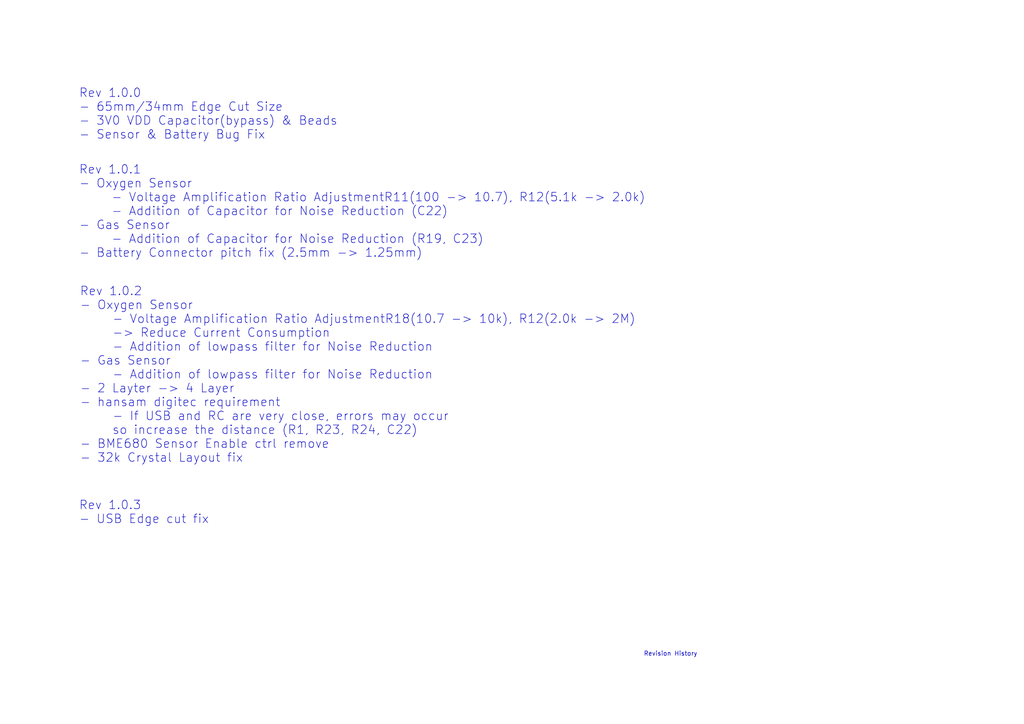
<source format=kicad_sch>
(kicad_sch
	(version 20231120)
	(generator "eeschema")
	(generator_version "8.0")
	(uuid "49921ab5-3ded-458c-bdac-830c92c2ee0e")
	(paper "A4")
	(lib_symbols)
	(text "Revision History"
		(exclude_from_sim no)
		(at 186.69 190.5 0)
		(effects
			(font
				(size 1.27 1.27)
			)
			(justify left bottom)
		)
		(uuid "339bc1c8-fbde-4cd1-9660-2b0750198d4b")
	)
	(text "Rev 1.0.1\n- Oxygen Sensor\n	- Voltage Amplification Ratio AdjustmentR11(100 -> 10.7), R12(5.1k -> 2.0k)\n	- Addition of Capacitor for Noise Reduction (C22)\n- Gas Sensor\n	- Addition of Capacitor for Noise Reduction (R19, C23)\n- Battery Connector pitch fix (2.5mm -> 1.25mm)"
		(exclude_from_sim no)
		(at 22.86 74.93 0)
		(effects
			(font
				(size 2.5 2.5)
			)
			(justify left bottom)
		)
		(uuid "7052e634-f647-4e2d-b97d-dc75354d40e1")
	)
	(text "Rev 1.0.0\n- 65mm/34mm Edge Cut Size\n- 3V0 VDD Capacitor(bypass) & Beads\n- Sensor & Battery Bug Fix"
		(exclude_from_sim no)
		(at 22.86 40.64 0)
		(effects
			(font
				(size 2.5 2.5)
			)
			(justify left bottom)
		)
		(uuid "71f987b9-f1a6-487c-a5d1-60f8a6aac86b")
	)
	(text "Rev 1.0.2\n- Oxygen Sensor\n	- Voltage Amplification Ratio AdjustmentR18(10.7 -> 10k), R12(2.0k -> 2M)\n	-> Reduce Current Consumption\n	- Addition of lowpass filter for Noise Reduction\n- Gas Sensor\n	- Addition of lowpass filter for Noise Reduction\n- 2 Layter -> 4 Layer\n- hansam digitec requirement\n	- If USB and RC are very close, errors may occur\n	so increase the distance (R1, R23, R24, C22)\n- BME680 Sensor Enable ctrl remove\n- 32k Crystal Layout fix"
		(exclude_from_sim no)
		(at 23.114 134.366 0)
		(effects
			(font
				(size 2.5 2.5)
			)
			(justify left bottom)
		)
		(uuid "8da4f622-7cfb-4158-91d5-176f1a4a63d7")
	)
	(text "Rev 1.0.3\n- USB Edge cut fix"
		(exclude_from_sim no)
		(at 22.86 152.146 0)
		(effects
			(font
				(size 2.5 2.5)
			)
			(justify left bottom)
		)
		(uuid "dde6aa3d-0995-4c55-9f17-d245bafeb28f")
	)
	(sheet
		(at -295.91 254)
		(size 243.84 161.29)
		(fields_autoplaced yes)
		(stroke
			(width 0.1524)
			(type solid)
		)
		(fill
			(color 0 0 0 0.0000)
		)
		(uuid "b452f039-bfae-4e82-aaf6-f9a30b605e1b")
		(property "Sheetname" "nrf52832"
			(at -295.91 253.2884 0)
			(effects
				(font
					(size 1.27 1.27)
				)
				(justify left bottom)
			)
		)
		(property "Sheetfile" "nrf52832.kicad_sch"
			(at -295.91 415.8746 0)
			(effects
				(font
					(size 1.27 1.27)
				)
				(justify left top)
			)
		)
		(instances
			(project "gas_nrf52832"
				(path "/49921ab5-3ded-458c-bdac-830c92c2ee0e"
					(page "2")
				)
			)
		)
	)
	(sheet
		(at 64.77 255.27)
		(size 53.34 39.37)
		(fields_autoplaced yes)
		(stroke
			(width 0.1524)
			(type solid)
		)
		(fill
			(color 0 0 0 0.0000)
		)
		(uuid "b8ce7ae9-40f3-4682-a875-327e7c1cd28b")
		(property "Sheetname" "Sensor Sheet"
			(at 64.77 254.5584 0)
			(effects
				(font
					(size 1.27 1.27)
				)
				(justify left bottom)
			)
		)
		(property "Sheetfile" "sensor.kicad_sch"
			(at 64.77 295.2246 0)
			(effects
				(font
					(size 1.27 1.27)
				)
				(justify left top)
			)
		)
		(instances
			(project "gas_nrf52832"
				(path "/49921ab5-3ded-458c-bdac-830c92c2ee0e"
					(page "4")
				)
			)
		)
	)
	(sheet
		(at 5.08 255.27)
		(size 53.34 39.37)
		(fields_autoplaced yes)
		(stroke
			(width 0.1524)
			(type solid)
		)
		(fill
			(color 0 0 0 0.0000)
		)
		(uuid "bde5cdb7-75b3-4ea7-bddb-6d74f43c7bd4")
		(property "Sheetname" "Power Sheet"
			(at 5.08 254.5584 0)
			(effects
				(font
					(size 1.27 1.27)
				)
				(justify left bottom)
			)
		)
		(property "Sheetfile" "power.kicad_sch"
			(at 5.08 295.2246 0)
			(effects
				(font
					(size 1.27 1.27)
				)
				(justify left top)
			)
		)
		(instances
			(project "gas_nrf52832"
				(path "/49921ab5-3ded-458c-bdac-830c92c2ee0e"
					(page "3")
				)
			)
		)
	)
	(sheet_instances
		(path "/"
			(page "1")
		)
	)
)

</source>
